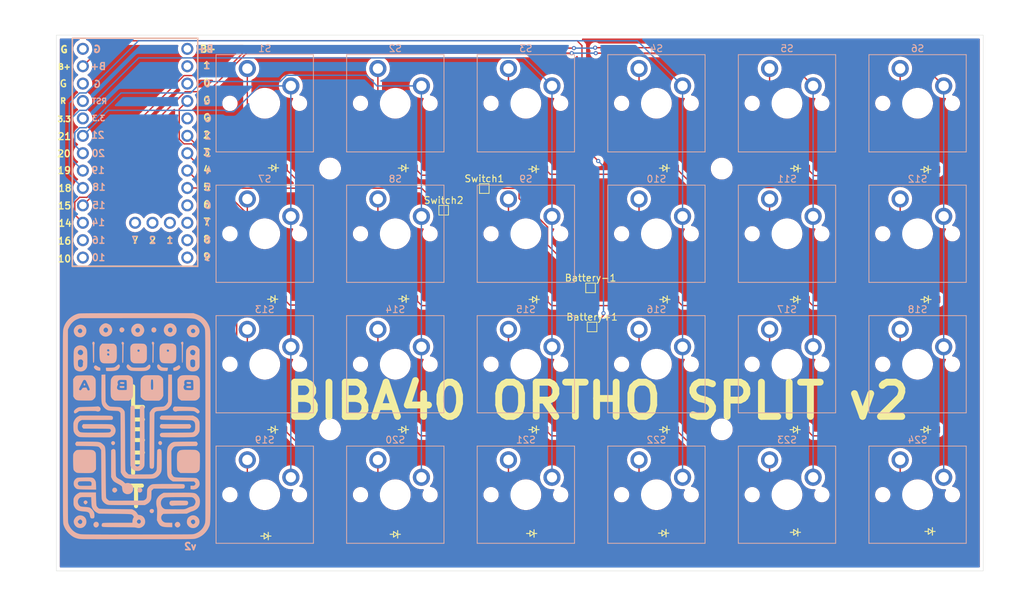
<source format=kicad_pcb>
(kicad_pcb (version 20240108) (generator "pcbnew") (generator_version "8.0")
  (layers (0 "F.Cu" signal) (31 "B.Cu" signal) (34 "B.Paste" user) (35 "F.Paste" user) (36 "B.SilkS" user "B.Silkscreen") (37 "F.SilkS" user "F.Silkscreen") (38 "B.Mask" user) (39 "F.Mask" user) (44 "Edge.Cuts" user))
  (net 0 "")
  (net 1 "Net-(D1-A)")
  (net 2 "Row 0")
  (net 3 "Net-(D2-A)")
  (net 4 "Net-(D3-A)")
  (net 5 "Net-(D4-A)")
  (net 6 "Net-(D5-A)")
  (net 7 "Net-(D6-A)")
  (net 8 "Net-(D7-A)")
  (net 9 "Row 1")
  (net 10 "Net-(D8-A)")
  (net 11 "Net-(D9-A)")
  (net 12 "Net-(D10-A)")
  (net 13 "Net-(D11-A)")
  (net 14 "Net-(D12-A)")
  (net 15 "Net-(D13-A)")
  (net 16 "Row 2")
  (net 17 "Net-(D14-A)")
  (net 18 "Net-(D15-A)")
  (net 19 "Net-(D16-A)")
  (net 20 "Net-(D17-A)")
  (net 21 "Net-(D18-A)")
  (net 22 "Row 3")
  (net 23 "Net-(D19-A)")
  (net 24 "Net-(D20-A)")
  (net 25 "Net-(D21-A)")
  (net 26 "Net-(D22-A)")
  (net 27 "Net-(D23-A)")
  (net 28 "Net-(D24-A)")
  (net 29 "Column 0")
  (net 30 "Column 1")
  (net 31 "Column 2")
  (net 32 "Column 3")
  (net 33 "Column 4")
  (net 34 "Column 5")
  (net 52 "Battery +")
  (net 53 "Battery -")
  (net 54 "Switch1")
  (footprint "ScottoKeebs_Components:Diode_SOD-123" (layer "F.Cu") (at 182.460004 96.875 180)
    (property "Reference" "D11" (hide yes))
    (property "Value" "Diode")
  )
  (footprint "ScottoKeebs_Components:Diode_SOD-123" (layer "F.Cu") (at 106.190004 96.835 180)
    (property "Reference" "D7" (hide yes))
    (property "Value" "Diode")
  )
  (footprint "ScottoKeebs_Components:Diode_SOD-123" (layer "F.Cu") (at 182.460004 130.875 180)
    (property "Reference" "D23" (hide yes))
    (property "Value" "Diode")
  )
  (footprint "ScottoKeebs_Components:Diode_SOD-123" (layer "F.Cu") (at 143.980004 131.045 180)
    (property "Reference" "D21" (hide yes))
    (property "Value" "Diode")
  )
  (footprint "ScottoKeebs_Components:Diode_SOD-123" (layer "F.Cu") (at 182.500004 77.745 180)
    (property "Reference" "D5" (hide yes))
    (property "Value" "Diode")
  )
  (footprint "TestPoint:TestPoint_Pad_1.0x1.0mm" (layer "F.Cu") (at 131.140004 83.845)
    (property "Reference" "Switch2")
    (property "Value" "Switch 2")
  )
  (footprint "ScottoKeebs_Components:Diode_SOD-123" (layer "F.Cu") (at 163.410004 96.875 180)
    (property "Reference" "D10" (hide yes))
    (property "Value" "Diode")
  )
  (footprint "ScottoKeebs_Components:Diode_SOD-123" (layer "F.Cu") (at 125.270004 115.885 180)
    (property "Reference" "D14" (hide yes))
    (property "Value" "Diode")
  )
  (footprint "ScottoKeebs_Components:Diode_SOD-123" (layer "F.Cu") (at 201.510004 96.875 180)
    (property "Reference" "D12" (hide yes))
    (property "Value" "Diode")
  )
  (footprint "ScottoKeebs_Components:Diode_SOD-123" (layer "F.Cu") (at 163.370004 77.695 180)
    (property "Reference" "D4" (hide yes))
    (property "Value" "Diode")
  )
  (footprint "ScottoKeebs_Components:Diode_SOD-123" (layer "F.Cu") (at 125.270004 77.695 180)
    (property "Reference" "D2" (hide yes))
    (property "Value" "Diode")
  )
  (footprint "MountingHole:MountingHole_2.7mm" (layer "F.Cu") (at 171.710004 77.765)
    (property "Reference" "REF**" (hide yes))
    (property "Value" "MountingHole_2.7mm")
  )
  (footprint "MountingHole:MountingHole_2.7mm" (layer "F.Cu") (at 171.720004 115.845)
    (property "Reference" "REF**" (hide yes))
    (property "Value" "MountingHole_2.7mm")
  )
  (footprint "ScottoKeebs_Components:Diode_SOD-123" (layer "F.Cu") (at 201.490004 77.895 180)
    (property "Reference" "D6" (hide yes))
    (property "Value" "Diode")
  )
  (footprint "ScottoKeebs_Components:Diode_SOD-123" (layer "F.Cu") (at 106.310004 77.665 180)
    (property "Reference" "D1" (hide yes))
    (property "Value" "Diode")
  )
  (footprint "ScottoKeebs_Components:Diode_SOD-123" (layer "F.Cu") (at 144.360004 96.875 180)
    (property "Reference" "D9" (hide yes))
    (property "Value" "Diode")
  )
  (footprint "TestPoint:TestPoint_Pad_1.0x1.0mm" (layer "F.Cu") (at 152.570004 95.175)
    (property "Reference" "Battery-1")
    (property "Value" "Battery -")
  )
  (footprint "TestPoint:TestPoint_Pad_1.0x1.0mm" (layer "F.Cu") (at 152.790004 100.885)
    (property "Reference" "Battery+1")
    (property "Value" "Battery +")
  )
  (footprint "ScottoKeebs_Components:Diode_SOD-123" (layer "F.Cu") (at 202.100004 130.745 180)
    (property "Reference" "D24" (hide yes))
    (property "Value" "Diode")
  )
  (footprint "ScottoKeebs_Components:Diode_SOD-123" (layer "F.Cu") (at 125.320004 96.785 180)
    (property "Reference" "D8" (hide yes))
    (property "Value" "Diode")
  )
  (footprint "ScottoKeebs_Components:Diode_SOD-123" (layer "F.Cu") (at 124.080004 131.165 180)
    (property "Reference" "D20" (hide yes))
    (property "Value" "Diode")
  )
  (footprint "ScottoKeebs_Components:Diode_SOD-123" (layer "F.Cu") (at 163.240004 130.995 180)
    (property "Reference" "D22" (hide yes))
    (property "Value" "Diode")
  )
  (footprint "ScottoKeebs_Components:Diode_SOD-123" (layer "F.Cu") (at 201.470004 115.885 180)
    (property "Reference" "D18" (hide yes))
    (property "Value" "Diode")
  )
  (footprint "ScottoKeebs_Components:Diode_SOD-123" (layer "F.Cu") (at 144.320004 115.885 180)
    (property "Reference" "D15" (hide yes))
    (property "Value" "Diode")
  )
  (footprint "MountingHole:MountingHole_2.7mm" (layer "F.Cu") (at 114.560004 115.835)
    (property "Reference" "REF**" (hide yes))
    (property "Value" "MountingHole_2.7mm")
  )
  (footprint "ScottoKeebs_Components:Diode_SOD-123" (layer "F.Cu") (at 144.290004 77.835 180)
    (property "Reference" "D3" (hide yes))
    (property "Value" "Diode")
  )
  (footprint "TestPoint:TestPoint_Pad_1.0x1.0mm" (layer "F.Cu") (at 137.070004 80.685)
    (property "Reference" "Switch1")
    (property "Value" "Switch 1")
  )
  (footprint "ScottoKeebs_Components:Diode_SOD-123" (layer "F.Cu") (at 105.200004 131.425 180)
    (property "Reference" "D19" (hide yes))
    (property "Value" "Diode")
  )
  (footprint "ScottoKeebs_Components:Diode_SOD-123" (layer "F.Cu") (at 106.220004 115.885 180)
    (property "Reference" "D13" (hide yes))
    (property "Value" "Diode")
  )
  (footprint "MountingHole:MountingHole_2.7mm" (layer "F.Cu") (at 114.570004 77.755)
    (property "Reference" "REF**" (hide yes))
    (property "Value" "MountingHole_2.7mm")
  )
  (footprint "ScottoKeebs_Components:Diode_SOD-123" (layer "F.Cu") (at 163.370004 115.885 180)
    (property "Reference" "D16" (hide yes))
    (property "Value" "Diode")
  )
  (footprint "ScottoKeebs_Components:Diode_SOD-123" (layer "F.Cu") (at 182.420004 115.885 180)
    (property "Reference" "D17" (hide yes))
    (property "Value" "Diode")
  )
  (footprint "ScottoKeebs_MX:MX_PCB_1.00u" (layer "B.Cu") (at 162.185004 106.33 180)
    (property "Reference" "S16")
    (property "Value" "Keyswitch")
  )
  (footprint "ScottoKeebs_MX:MX_PCB_1.00u" (layer "B.Cu") (at 124.085004 68.23 180)
    (property "Reference" "S2")
    (property "Value" "Keyswitch")
  )
  (footprint "ScottoKeebs_MX:MX_PCB_1.00u" (layer "B.Cu") (at 143.135004 106.33 180)
    (property "Reference" "S15")
    (property "Value" "Keyswitch")
  )
  (footprint "ScottoKeebs_MX:MX_PCB_1.00u" (layer "B.Cu") (at 105.035004 125.38 180)
    (property "Reference" "S19")
    (property "Value" "Keyswitch")
  )
  (footprint "ScottoKeebs_MX:MX_PCB_1.00u" (layer "B.Cu") (at 181.235004 68.23 180)
    (property "Reference" "S5")
    (property "Value" "Keyswitch")
  )
  (footprint "ScottoKeebs_MX:MX_PCB_1.00u" (layer "B.Cu") (at 143.135004 68.23 180)
    (property "Reference" "S3")
    (property "Value" "Keyswitch")
  )
  (footprint "ScottoKeebs_MX:MX_PCB_1.00u" (layer "B.Cu") (at 181.235004 106.33 180)
    (property "Reference" "S17")
    (property "Value" "Keyswitch")
  )
  (footprint "ScottoKeebs_MCU:SuperMini NRF52840" (layer "B.Cu") (at 86.120004 76.505 180)
    (property "Reference" "U1" (hide yes))
    (property "Value" "SuperMini NRF52840" (hide yes))
  )
  (footprint "ScottoKeebs_MX:MX_PCB_1.00u" (layer "B.Cu") (at 200.285004 68.23 180)
    (property "Reference" "S6")
    (property "Value" "Keyswitch")
  )
  (footprint "ScottoKeebs_MX:MX_PCB_1.00u" (layer "B.Cu") (at 181.235004 87.28 180)
    (property "Reference" "S11")
    (property "Value" "Keyswitch")
  )
  (footprint "ScottoKeebs_MX:MX_PCB_1.00u" (layer "B.Cu") (at 143.135004 125.38 180)
    (property "Reference" "S21")
    (property "Value" "Keyswitch")
  )
  (footprint "ScottoKeebs_MX:MX_PCB_1.00u" (layer "B.Cu") (at 162.185004 125.38 180)
    (property "Reference" "S22")
    (property "Value" "Keyswitch")
  )
  (footprint "ScottoKeebs_MX:MX_PCB_1.00u" (layer "B.Cu") (at 124.085004 106.33 180)
    (property "Reference" "S14")
    (property "Value" "Keyswitch")
  )
  (footprint "ScottoKeebs_MX:MX_PCB_1.00u" (layer "B.Cu") (at 105.035004 87.28 180)
    (property "Reference" "S7")
    (property "Value" "Keyswitch")
  )
  (footprint "ScottoKeebs_MX:MX_PCB_1.00u" (layer "B.Cu") (at 143.135004 87.28 180)
    (property "Reference" "S9")
    (property "Value" "Keyswitch")
  )
  (footprint "ScottoKeebs_MX:MX_PCB_1.00u" (layer "B.Cu") (at 124.085004 87.28 180)
    (property "Reference" "S8")
    (property "Value" "Keyswitch")
  )
  (footprint "ScottoKeebs_MX:MX_PCB_1.00u" (layer "B.Cu") (at 181.235004 125.38 180)
    (property "Reference" "S23")
    (property "Value" "Keyswitch")
  )
  (footprint "ScottoKeebs_MX:MX_PCB_1.00u" (layer "B.Cu") (at 124.085004 125.38 180)
    (property "Reference" "S20")
    (property "Value" "Keyswitch")
  )
  (footprint "ScottoKeebs_MX:MX_PCB_1.00u" (layer "B.Cu") (at 105.035004 106.33 180)
    (property "Reference" "S13")
    (property "Value" "Keyswitch")
  )
  (footprint "ScottoKeebs_MX:MX_PCB_1.00u" (layer "B.Cu") (at 200.285004 106.33 180)
    (property "Reference" "S18")
    (property "Value" "Keyswitch")
  )
  (footprint "ScottoKeebs_MX:MX_PCB_1.00u" (layer "B.Cu") (at 162.185004 68.23 180)
    (property "Reference" "S4")
    (property "Value" "Keyswitch")
  )
  (footprint "ScottoKeebs_MX:MX_PCB_1.00u" (layer "B.Cu") (at 105.035004 68.23 180)
    (property "Reference" "S1")
    (property "Value" "Keyswitch")
  )
  (footprint "Graphics:Biba Keyboard Logo" (layer "B.Cu") (at 86.350004 115.375 180)
    (property "Reference" "G***" (hide yes))
    (property "Value" "LOGO" (hide yes))
  )
  (footprint "ScottoKeebs_MX:MX_PCB_1.00u" (layer "B.Cu") (at 200.285004 125.38 180)
    (property "Reference" "S24")
    (property "Value" "Keyswitch")
  )
  (footprint "ScottoKeebs_MX:MX_PCB_1.00u" (layer "B.Cu") (at 162.185004 87.28 180)
    (property "Reference" "S10")
    (property "Value" "Keyswitch")
  )
  (footprint "ScottoKeebs_MX:MX_PCB_1.00u" (layer "B.Cu") (at 200.285004 87.28 180)
    (property "Reference" "S12")
    (property "Value" "Keyswitch")
  )
  (gr_rect (start 74.640004 58.265) (end 209.860004 136.515) (stroke (width 0.05)) (fill none) (layer "Edge.Cuts"))
  (gr_text "B+" (at 97.690004 60.865 -0) (layer "B.SilkS") (effects (font (size 1 1) (thickness 0.25) (bold yes)) (justify left bottom mirror)))
  (gr_text "G" (at 81.250004 60.915 -0) (layer "B.SilkS") (effects (font (size 1 1) (thickness 0.25) (bold yes)) (justify left bottom mirror)))
  (gr_text "v2" (at 95.200004 133.525 -0) (layer "B.SilkS") (effects (font (size 1 1) (thickness 0.25) (bold yes)) (justify left bottom mirror)))
  (gr_text "L\nE\nF\nT" (at 84.720004 127.455 0) (layer "F.SilkS") (effects (font (size 3 3) (thickness 0.6) (bold yes)) (justify left bottom)))
  (gr_text "G" (at 75.090004 60.955 0) (layer "F.SilkS") (effects (font (size 1 1) (thickness 0.25) (bold yes)) (justify left bottom)))
  (gr_text "BIBA40 ORTHO SPLIT v2\n" (at 107.560004 114.615 -0) (layer "F.SilkS") (effects (font (size 5 5) (thickness 1) (bold yes)) (justify left bottom)))
  (gr_text "B+" (at 95.450004 60.885 0) (layer "F.SilkS") (effects (font (size 1 1) (thickness 0.25) (bold yes)) (justify left bottom)))
  (segment (start 102.495004 75.5) (end 104.660004 77.665) (width 0.2) (layer "F.Cu") (net 1))
  (segment (start 102.495004 63.15) (end 102.495004 75.5) (width 0.2) (layer "F.Cu") (net 1))
  (segment (start 202.240004 78.795) (end 203.140004 77.895) (width 0.2) (layer "F.Cu") (net 2))
  (segment (start 184.150004 77.745) (end 185.200004 78.795) (width 0.2) (layer "F.Cu") (net 2))
  (segment (start 99.330004 78.565) (end 93.740004 72.975) (width 0.2) (layer "F.Cu") (net 2))
  (segment (start 167.860004 80.535) (end 181.360004 80.535) (width 0.2) (layer "F.Cu") (net 2))
  (segment (start 146.700004 78.595) (end 164.120004 78.595) (width 0.2) (layer "F.Cu") (net 2))
  (segment (start 164.120004 78.595) (end 165.020004 77.695) (width 0.2) (layer "F.Cu") (net 2))
  (segment (start 185.200004 78.795) (end 202.240004 78.795) (width 0.2) (layer "F.Cu") (net 2))
  (segment (start 107.960004 77.665) (end 110.310004 80.015) (width 0.2) (layer "F.Cu") (net 2))
  (segment (start 181.360004 80.535) (end 184.150004 77.745) (width 0.2) (layer "F.Cu") (net 2))
  (segment (start 110.310004 80.015) (end 124.600004 80.015) (width 0.2) (layer "F.Cu") (net 2))
  (segment (start 124.600004 80.015) (end 126.920004 77.695) (width 0.2) (layer "F.Cu") (net 2))
  (segment (start 127.960004 78.735) (end 145.040004 78.735) (width 0.2) (layer "F.Cu") (net 2))
  (segment (start 165.020004 77.695) (end 167.860004 80.535) (width 0.2) (layer "F.Cu") (net 2))
  (segment (start 145.940004 77.835) (end 146.700004 78.595) (width 0.2) (layer "F.Cu") (net 2))
  (segment (start 107.060004 78.565) (end 99.330004 78.565) (width 0.2) (layer "F.Cu") (net 2))
  (segment (start 126.920004 77.695) (end 127.960004 78.735) (width 0.2) (layer "F.Cu") (net 2))
  (segment (start 145.040004 78.735) (end 145.940004 77.835) (width 0.2) (layer "F.Cu") (net 2))
  (segment (start 107.960004 77.665) (end 107.060004 78.565) (width 0.2) (layer "F.Cu") (net 2))
  (segment (start 121.545004 63.15) (end 121.545004 75.62) (width 0.2) (layer "F.Cu") (net 3))
  (segment (start 121.545004 75.62) (end 123.620004 77.695) (width 0.2) (layer "F.Cu") (net 3))
  (segment (start 140.595004 75.79) (end 142.640004 77.835) (width 0.2) (layer "F.Cu") (net 4))
  (segment (start 140.595004 63.15) (end 140.595004 75.79) (width 0.2) (layer "F.Cu") (net 4))
  (segment (start 159.645004 63.15) (end 159.645004 75.62) (width 0.2) (layer "F.Cu") (net 5))
  (segment (start 159.645004 75.62) (end 161.720004 77.695) (width 0.2) (layer "F.Cu") (net 5))
  (segment (start 178.695004 63.15) (end 178.695004 75.59) (width 0.2) (layer "F.Cu") (net 6))
  (segment (start 178.695004 75.59) (end 180.850004 77.745) (width 0.2) (layer "F.Cu") (net 6))
  (segment (start 197.745004 75.8) (end 199.840004 77.895) (width 0.2) (layer "F.Cu") (net 7))
  (segment (start 197.745004 63.15) (end 197.745004 75.8) (width 0.2) (layer "F.Cu") (net 7))
  (segment (start 102.495004 82.2) (end 102.495004 94.79) (width 0.2) (layer "F.Cu") (net 8))
  (segment (start 102.495004 94.79) (end 104.540004 96.835) (width 0.2) (layer "F.Cu") (net 8))
  (segment (start 102.430004 98.105) (end 106.570004 98.105) (width 0.2) (layer "F.Cu") (net 9))
  (segment (start 146.010004 96.875) (end 145.110004 97.775) (width 0.2) (layer "F.Cu") (net 9))
  (segment (start 108.690004 97.685) (end 107.840004 96.835) (width 0.2) (layer "F.Cu") (net 9))
  (segment (start 102.050004 97.725) (end 102.430004 98.105) (width 0.2) (layer "F.Cu") (net 9))
  (segment (start 165.060004 96.875) (end 164.160004 97.775) (width 0.2) (layer "F.Cu") (net 9))
  (segment (start 126.070004 97.685) (end 108.690004 97.685) (width 0.2) (layer "F.Cu") (net 9))
  (segment (start 185.010004 97.775) (end 184.110004 96.875) (width 0.2) (layer "F.Cu") (net 9))
  (segment (start 93.740004 75.637032) (end 102.050004 83.947032) (width 0.2) (layer "F.Cu") (net 9))
  (segment (start 203.160004 96.875) (end 202.260004 97.775) (width 0.2) (layer "F.Cu") (net 9))
  (segment (start 165.960004 97.775) (end 165.060004 96.875) (width 0.2) (layer "F.Cu") (net 9))
  (segment (start 146.910004 97.775) (end 146.010004 96.875) (width 0.2) (layer "F.Cu") (net 9))
  (segment (start 102.050004 83.947032) (end 102.050004 97.725) (width 0.2) (layer "F.Cu") (net 9))
  (segment (start 202.260004 97.775) (end 185.010004 97.775) (width 0.2) (layer "F.Cu") (net 9))
  (segment (start 183.210004 97.775) (end 165.960004 97.775) (width 0.2) (layer "F.Cu") (net 9))
  (segment (start 93.740004 75.515) (end 93.740004 75.637032) (width 0.2) (layer "F.Cu") (net 9))
  (segment (start 184.110004 96.875) (end 183.210004 97.775) (width 0.2) (layer "F.Cu") (net 9))
  (segment (start 145.110004 97.775) (end 127.960004 97.775) (width 0.2) (layer "F.Cu") (net 9))
  (segment (start 106.570004 98.105) (end 107.840004 96.835) (width 0.2) (layer "F.Cu") (net 9))
  (segment (start 164.160004 97.775) (end 146.910004 97.775) (width 0.2) (layer "F.Cu") (net 9))
  (segment (start 127.960004 97.775) (end 126.970004 96.785) (width 0.2) (layer "F.Cu") (net 9))
  (segment (start 126.970004 96.785) (end 126.070004 97.685) (width 0.2) (layer "F.Cu") (net 9))
  (segment (start 121.545004 82.2) (end 121.545004 94.66) (width 0.2) (layer "F.Cu") (net 10))
  (segment (start 121.545004 94.66) (end 123.670004 96.785) (width 0.2) (layer "F.Cu") (net 10))
  (segment (start 140.595004 82.2) (end 140.595004 94.76) (width 0.2) (layer "F.Cu") (net 11))
  (segment (start 140.595004 94.76) (end 142.710004 96.875) (width 0.2) (layer "F.Cu") (net 11))
  (segment (start 159.645004 82.2) (end 159.645004 94.76) (width 0.2) (layer "F.Cu") (net 12))
  (segment (start 159.645004 94.76) (end 161.760004 96.875) (width 0.2) (layer "F.Cu") (net 12))
  (segment (start 178.695004 82.2) (end 178.695004 94.76) (width 0.2) (layer "F.Cu") (net 13))
  (segment (start 178.695004 94.76) (end 180.810004 96.875) (width 0.2) (layer "F.Cu") (net 13))
  (segment (start 197.745004 82.2) (end 197.745004 94.76) (width 0.2) (layer "F.Cu") (net 14))
  (segment (start 197.745004 94.76) (end 199.860004 96.875) (width 0.2) (layer "F.Cu") (net 14))
  (segment (start 102.495004 113.81) (end 104.570004 115.885) (width 0.2) (layer "F.Cu") (net 15))
  (segment (start 102.495004 101.25) (end 102.495004 113.81) (width 0.2) (layer "F.Cu") (net 15))
  (segment (start 202.220004 116.785) (end 203.120004 115.885) (width 0.2) (layer "F.Cu") (net 16))
  (segment (start 145.070004 116.785) (end 145.970004 115.885) (width 0.2) (layer "F.Cu") (net 16))
  (segment (start 181.580004 118.375) (end 184.070004 115.885) (width 0.2) (layer "F.Cu") (net 16))
  (segment (start 106.520004 117.235) (end 107.870004 115.885) (width 0.2) (layer "F.Cu") (net 16))
  (segment (start 101.620004 84.525) (end 101.620004 87.347412) (width 0.2) (layer "F.Cu") (net 16))
  (segment (start 165.020004 115.885) (end 167.510004 118.375) (width 0.2) (layer "F.Cu") (net 16))
  (segment (start 110.120004 118.135) (end 124.670004 118.135) (width 0.2) (layer "F.Cu") (net 16))
  (segment (start 184.070004 115.885) (end 184.970004 116.785) (width 0.2) (layer "F.Cu") (net 16))
  (segment (start 127.820004 116.785) (end 145.070004 116.785) (width 0.2) (layer "F.Cu") (net 16))
  (segment (start 100.945004 105.5) (end 101.580004 106.135) (width 0.2) (layer "F.Cu") (net 16))
  (segment (start 167.510004 118.375) (end 181.580004 118.375) (width 0.2) (layer "F.Cu") (net 16))
  (segment (start 145.970004 115.885) (end 146.870004 116.785) (width 0.2) (layer "F.Cu") (net 16))
  (segment (start 146.870004 116.785) (end 164.120004 116.785) (width 0.2) (layer "F.Cu") (net 16))
  (segment (start 101.580004 117.235) (end 106.520004 117.235) (width 0.2) (layer "F.Cu") (net 16))
  (segment (start 93.740004 78.055) (end 94.916304 79.2313) (width 0.2) (layer "F.Cu") (net 16))
  (segment (start 101.620004 87.347412) (end 100.945004 88.022412) (width 0.2) (layer "F.Cu") (net 16))
  (segment (start 107.870004 115.885) (end 110.120004 118.135) (width 0.2) (layer "F.Cu") (net 16))
  (segment (start 94.916304 79.2313) (end 96.326304 79.2313) (width 0.2) (layer "F.Cu") (net 16))
  (segment (start 126.920004 115.885) (end 127.820004 116.785) (width 0.2) (layer "F.Cu") (net 16))
  (segment (start 164.120004 116.785) (end 165.020004 115.885) (width 0.2) (layer "F.Cu") (net 16))
  (segment (start 124.670004 118.135) (end 126.920004 115.885) (width 0.2) (layer "F.Cu") (net 16))
  (segment (start 100.945004 88.022412) (end 100.945004 105.5) (width 0.2) (layer "F.Cu") (net 16))
  (segment (start 96.326304 79.2313) (end 101.620004 84.525) (width 0.2) (layer "F.Cu") (net 16))
  (segment (start 101.580004 106.135) (end 101.580004 117.235) (width 0.2) (layer "F.Cu") (net 16))
  (segment (start 184.970004 116.785) (end 202.220004 116.785) (width 0.2) (layer "F.Cu") (net 16))
  (segment (start 121.545004 108.93) (end 123.620004 111.005) (width 0.2) (layer "F.Cu") (net 17))
  (segment (start 121.545004 101.25) (end 121.545004 108.93) (width 0.2) (layer "F.Cu") (net 17))
  (segment (start 123.620004 111.005) (end 123.620004 115.885) (width 0.2) (layer "F.Cu") (net 17))
  (segment (start 140.595004 101.25) (end 140.595004 113.81) (width 0.2) (layer "F.Cu") (net 18))
  (segment (start 140.595004 113.81) (end 142.670004 115.885) (width 0.2) (layer "F.Cu") (net 18))
  (segment (start 159.645004 101.25) (end 159.645004 113.81) (width 0.2) (layer "F.Cu") (net 19))
  (segment (start 159.645004 113.81) (end 161.720004 115.885) (width 0.2) (layer "F.Cu") (net 19))
  (segment (start 178.695004 101.25) (end 178.695004 113.81) (width 0.2) (layer "F.Cu") (net 20))
  (segment (start 178.695004 113.81) (end 180.770004 115.885) (width 0.2) (layer "F.Cu") (net 20))
  (segment (start 197.745004 113.81) (end 199.820004 115.885) (width 0.2) (layer "F.Cu") (net 21))
  (segment (start 197.745004 101.25) (end 197.745004 113.81) (width 0.2) (layer "F.Cu") (net 21))
  (segment (start 163.990004 131.895) (end 146.480004 131.895) (width 0.2) (layer "F.Cu") (net 22))
  (segment (start 145.630004 131.045) (end 144.730004 131.945) (width 0.2) (layer "F.Cu") (net 22))
  (segment (start 98.290004 127.513696) (end 103.101308 132.325) (width 0.2) (layer "F.Cu") (net 22))
  (segment (start 126.510004 131.945) (end 125.730004 131.165) (width 0.2) (layer "F.Cu") (net 22))
  (segment (start 184.110004 130.875) (end 183.210004 131.775) (width 0.2) (layer "F.Cu") (net 22))
  (segment (start 107.490004 132.065) (end 106.850004 131.425) (width 0.2) (layer "F.Cu") (net 22))
  (segment (start 125.730004 131.165) (end 124.830004 132.065) (width 0.2) (layer "F.Cu") (net 22))
  (segment (start 184.880004 131.645) (end 184.110004 130.875) (width 0.2) (layer "F.Cu") (net 22))
  (segment (start 144.730004 131.945) (end 126.510004 131.945) (width 0.2) (layer "F.Cu") (net 22))
  (segment (start 202.850004 131.645) (end 184.880004 131.645) (width 0.2) (layer "F.Cu") (net 22))
  (segment (start 124.830004 132.065) (end 107.490004 132.065) (width 0.2) (layer "F.Cu") (net 22))
  (segment (start 164.890004 130.995) (end 163.990004 131.895) (width 0.2) (layer "F.Cu") (net 22))
  (segment (start 146.480004 131.895) (end 145.630004 131.045) (width 0.2) (layer "F.Cu") (net 22))
  (segment (start 105.950004 132.325) (end 106.850004 131.425) (width 0.2) (layer "F.Cu") (net 22))
  (segment (start 203.750004 130.745) (end 202.850004 131.645) (width 0.2) (layer "F.Cu") (net 22))
  (segment (start 183.210004 131.775) (end 165.670004 131.775) (width 0.2) (layer "F.Cu") (net 22))
  (segment (start 98.290004 83.755) (end 98.290004 127.513696) (width 0.2) (layer "F.Cu") (net 22))
  (segment (start 93.740004 80.595) (end 95.130004 80.595) (width 0.2) (layer "F.Cu") (net 22))
  (segment (start 95.130004 80.595) (end 98.290004 83.755) (width 0.2) (layer "F.Cu") (net 22))
  (segment (start 165.670004 131.775) (end 164.890004 130.995) (width 0.2) (layer "F.Cu") (net 22))
  (segment (start 103.101308 132.325) (end 105.950004 132.325) (width 0.2) (layer "F.Cu") (net 22))
  (segment (start 102.495004 120.3) (end 102.495004 130.37) (width 0.2) (layer "F.Cu") (net 23))
  (segment (start 102.495004 130.37) (end 103.550004 131.425) (width 0.2) (layer "F.Cu") (net 23))
  (segment (start 121.545004 120.3) (end 121.545004 130.28) (width 0.2) (layer "F.Cu") (net 24))
  (segment (start 121.545004 130.28) (end 122.430004 131.165) (width 0.2) (layer "F.Cu") (net 24))
  (segment (start 140.595004 120.3) (end 140.595004 129.31) (width 0.2) (layer "F.Cu") (net 25))
  (segment (start 140.595004 129.31) (end 142.330004 131.045) (width 0.2) (layer "F.Cu") (net 25))
  (segment (start 159.645004 127.93) (end 159.620004 127.955) (width 0.2) (layer "F.Cu") (net 26))
  (segment (start 159.620004 127.955) (end 161.590004 129.925) (width 0.2) (layer "F.Cu") (net 26))
  (segment (start 161.590004 129.925) (end 161.590004 130.995) (width 0.2) (layer "F.Cu") (net 26))
  (segment (start 159.645004 120.3) (end 159.645004 127.93) (width 0.2) (layer "F.Cu") (net 26))
  (segment (start 178.750004 128.385) (end 180.810004 130.445) (width 0.2) (layer "F.Cu") (net 27))
  (segment (start 178.695004 120.3) (end 178.695004 128.2) (width 0.2) (layer "F.Cu") (net 27))
  (segment (start 180.810004 130.445) (end 180.810004 130.875) (width 0.2) (layer "F.Cu") (net 27))
  (segment (start 178.750004 128.255) (end 178.750004 128.385) (width 0.2) (layer "F.Cu") (net 27))
  (segment (start 178.695004 128.2) (end 178.750004 128.255) (width 0.2) (layer "F.Cu") (net 27))
  (segment (start 197.710004 128.645) (end 199.810004 130.745) (width 0.2) (layer "F.Cu") (net 28))
  (segment (start 197.745004 120.3) (end 197.745004 128.61) (width 0.2) (layer "F.Cu") (net 28))
  (segment (start 199.810004 130.745) (end 200.450004 130.745) (width 0.2) (layer "F.Cu") (net 28))
  (segment (start 197.745004 128.61) (end 197.710004 128.645) (width 0.2) (layer "F.Cu") (net 28))
  (segment (start 108.845004 103.79) (end 108.845004 122.84) (width 0.2) (layer "B.Cu") (net 29))
  (segment (start 99.447592 69.455) (end 100.486602 69.455) (width 0.2) (layer "B.Cu") (net 29))
  (segment (start 82.216304 69.2587) (end 99.251292 69.2587) (width 0.2) (layer "B.Cu") (net 29))
  (segment (start 108.845004 84.74) (end 108.845004 103.79) (width 0.2) (layer "B.Cu") (net 29))
  (segment (start 99.251292 69.2587) (end 99.447592 69.455) (width 0.2) (layer "B.Cu") (net 29))
  (segment (start 104.251602 65.69) (end 108.845004 65.69) (width 0.2) (layer "B.Cu") (net 29))
  (segment (start 78.500004 72.975) (end 82.216304 69.2587) (width 0.2) (layer "B.Cu") (net 29))
  (segment (start 100.486602 69.455) (end 104.251602 65.69) (width 0.2) (layer "B.Cu") (net 29))
  (segment (start 108.845004 65.69) (end 108.845004 84.74) (width 0.2) (layer "B.Cu") (net 29))
  (segment (start 121.405004 65.69) (end 127.895004 65.69) (width 0.2) (layer "B.Cu") (net 30))
  (segment (start 119.855004 64.14) (end 121.405004 65.69) (width 0.2) (layer "B.Cu") (net 30))
  (segment (start 127.895004 84.74) (end 127.895004 103.79) (width 0.2) (layer "B.Cu") (net 30))
  (segment (start 78.500004 75.515) (end 77.323704 74.3387) (width 0.2) (layer "B.Cu") (net 30))
  (segment (start 78.012764 71.7987) (end 78.987244 71.7987) (width 0.2) (layer "B.Cu") (net 30))
  (segment (start 108.202972 64.14) (end 119.855004 64.14) (width 0.2) (layer "B.Cu") (net 30))
  (segment (start 127.895004 103.79) (end 127.895004 122.84) (width 0.2) (layer "B.Cu") (net 30))
  (segment (start 77.323704 74.3387) (end 77.323704 72.48776) (width 0.2) (layer "B.Cu") (net 30))
  (segment (start 77.323704 72.48776) (end 78.012764 71.7987) (width 0.2) (layer "B.Cu") (net 30))
  (segment (start 78.987244 71.7987) (end 84.067244 66.7187) (width 0.2) (layer "B.Cu") (net 30))
  (segment (start 95.897976 65.047968) (end 107.295004 65.047968) (width 0.2) (layer "B.Cu") (net 30))
  (segment (start 127.895004 65.69) (end 127.895004 84.74) (width 0.2) (layer "B.Cu") (net 30))
  (segment (start 84.067244 66.7187) (end 94.227244 66.7187) (width 0.2) (layer "B.Cu") (net 30))
  (segment (start 107.295004 65.047968) (end 108.202972 64.14) (width 0.2) (layer "B.Cu") (net 30))
  (segment (start 94.227244 66.7187) (end 95.897976 65.047968) (width 0.2) (layer "B.Cu") (net 30))
  (segment (start 78.500004 78.055) (end 76.923704 76.4787) (width 0.2) (layer "B.Cu") (net 31))
  (segment (start 78.987244 69.2587) (end 86.645944 61.6) (width 0.2) (layer "B.Cu") (net 31))
  (segment (start 76.923704 76.4787) (end 76.923704 70.34776) (width 0.2) (layer "B.Cu") (net 31))
  (segment (start 142.855004 61.6) (end 146.945004 65.69) (width 0.2) (layer "B.Cu") (net 31))
  (segment (start 78.012764 69.2587) (end 78.987244 69.2587) (width 0.2) (layer "B.Cu") (net 31))
  (segment (start 146.945004 65.69) (end 146.945004 84.74) (width 0.2) (layer "B.Cu") (net 31))
  (segment (start 76.923704 70.34776) (end 78.012764 69.2587) (width 0.2) (layer "B.Cu") (net 31))
  (segment (start 146.945004 84.74) (end 146.945004 103.79) (width 0.2) (layer "B.Cu") (net 31))
  (segment (start 86.645944 61.6) (end 142.855004 61.6) (width 0.2) (layer "B.Cu") (net 31))
  (segment (start 146.945004 103.79) (end 146.945004 122.84) (width 0.2) (layer "B.Cu") (net 31))
  (segment (start 165.995004 84.74) (end 165.995004 103.79) (width 0.2) (layer "B.Cu") (net 32))
  (segment (start 78.987244 66.7187) (end 86.607244 59.0987) (width 0.2) (layer "B.Cu") (net 32))
  (segment (start 76.523704 68.20776) (end 78.012764 66.7187) (width 0.2) (layer "B.Cu") (net 32))
  (segment (start 165.995004 65.69) (end 165.995004 84.74) (width 0.2) (layer "B.Cu") (net 32))
  (segment (start 86.607244 59.0987) (end 159.403704 59.0987) (width 0.2) (layer "B.Cu") (net 32))
  (segment (start 78.012764 66.7187) (end 78.987244 66.7187) (width 0.2) (layer "B.Cu") (net 32))
  (segment (start 159.403704 59.0987) (end 165.995004 65.69) (width 0.2) (layer "B.Cu") (net 32))
  (segment (start 78.500004 80.595) (end 76.523704 78.6187) (width 0.2) (layer "B.Cu") (net 32))
  (segment (start 165.995004 103.79) (end 165.995004 122.84) (width 0.2) (layer "B.Cu") (net 32))
  (segment (start 76.523704 78.6187) (end 76.523704 68.20776) (width 0.2) (layer "B.Cu") (net 32))
  (segment (start 93.440164 66.5313) (end 96.763704 66.5313) (width 0.2) (layer "F.Cu") (net 33))
  (segment (start 83.870004 76.10146) (end 93.440164 66.5313) (width 0.2) (layer "F.Cu") (net 33))
  (segment (start 83.870004 77.765) (end 83.870004 76.10146) (width 0.2) (layer "F.Cu") (net 33))
  (segment (start 180.260004 60.905) (end 185.045004 65.69) (width 0.2) (layer "F.Cu") (net 33))
  (segment (start 102.390004 60.905) (end 149.830004 60.905) (width 0.2) (layer "F.Cu") (net 33))
  (segment (start 96.763704 66.5313) (end 102.390004 60.905) (width 0.2) (layer "F.Cu") (net 33))
  (segment (start 78.500004 83.135) (end 83.870004 77.765) (width 0.2) (layer "F.Cu") (net 33))
  (segment (start 153.330004 60.905) (end 180.260004 60.905) (width 0.2) (layer "F.Cu") (net 33))
  (via (at 149.830004 60.905) (size 0.6) (drill 0.3) (layers "F.Cu" "B.Cu") (net 33))
  (via (at 153.330004 60.905) (size 0.6) (drill 0.3) (layers "F.Cu" "B.Cu") (net 33))
  (segment (start 185.045004 65.69) (end 185.045004 84.74) (width 0.2) (layer "B.Cu") (net 33))
  (segment (start 185.045004 103.79) (end 185.045004 122.84) (width 0.2) (layer "B.Cu") (net 33))
  (segment (start 185.045004 84.74) (end 185.045004 103.79) (width 0.2) (layer "B.Cu") (net 33))
  (segment (start 149.830004 60.905) (end 153.330004 60.905) (width 0.2) (layer "B.Cu") (net 33))
  (segment (start 78.012764 81.9587) (end 79.110618 81.9587) (width 0.2) (layer "F.Cu") (net 34))
  (segment (start 102.561238 60.16808) (end 150.141378 60.16808) (width 0.2) (layer "F.Cu") (net 34))
  (segment (start 198.514514 60.10951) (end 204.095004 65.69) (width 0.2) (layer "F.Cu") (net 34))
  (segment (start 77.323704 84.4987) (end 77.323704 82.64776) (width 0.2) (layer "F.Cu") (net 34))
  (segment (start 83.470004 73.96146) (end 93.252764 64.1787) (width 0.2) (layer "F.Cu") (net 34))
  (segment (start 77.323704 82.64776) (end 78.012764 81.9587) (width 0.2) (layer "F.Cu") (net 34))
  (segment (start 78.500004 85.675) (end 77.323704 84.4987) (width 0.2) (layer "F.Cu") (net 34))
  (segment (start 83.470004 77.599314) (end 83.470004 73.96146) (width 0.2) (layer "F.Cu") (net 34))
  (segment (start 79.110618 81.9587) (end 83.470004 77.599314) (width 0.2) (layer "F.Cu") (net 34))
  (segment (start 98.550618 64.1787) (end 102.561238 60.16808) (width 0.2) (layer "F.Cu") (net 34))
  (segment (start 153.245152 60.10951) (end 198.514514 60.10951) (width 0.2) (layer "F.Cu") (net 34))
  (segment (start 93.252764 64.1787) (end 98.550618 64.1787) (width 0.2) (layer "F.Cu") (net 34))
  (via (at 150.141378 60.16808) (size 0.6) (drill 0.3) (layers "F.Cu" "B.Cu") (net 34))
  (via (at 153.245152 60.10951) (size 0.6) (drill 0.3) (layers "F.Cu" "B.Cu") (net 34))
  (segment (start 204.095004 84.74) (end 204.095004 103.79) (width 0.2) (layer "B.Cu") (net 34))
  (segment (start 204.095004 65.69) (end 204.095004 84.74) (width 0.2) (layer "B.Cu") (net 34))
  (segment (start 204.095004 103.79) (end 204.095004 122.84) (width 0.2) (layer "B.Cu") (net 34))
  (segment (start 153.186582 60.16808) (end 153.245152 60.10951) (width 0.2) (layer "B.Cu") (net 34))
  (segment (start 150.141378 60.16808) (end 153.186582 60.16808) (width 0.2) (layer "B.Cu") (net 34))
  (segment (start 78.500004 62.815) (end 82.216304 59.0987) (width 0.2) (layer "F.Cu") (net 52))
  (segment (start 150.613704 59.0987) (end 151.320004 59.805) (width 0.2) (layer "F.Cu") (net 52))
  (segment (start 154.460004 99.215) (end 152.790004 100.885) (width 0.2) (layer "F.Cu") (net 52))
  (segment (start 151.320004 74.285) (end 153.690004 76.655) (width 0.2) (layer "F.Cu") (net 52))
  (segment (start 154.460004 98.885) (end 154.460004 99.215) (width 0.2) (layer "F.Cu") (net 52))
  (segment (start 82.216304 59.0987) (end 150.613704 59.0987) (width 0.2) (layer "F.Cu") (net 52))
  (segment (start 151.320004 59.805) (end 151.320004 74.285) (width 0.2) (layer "F.Cu") (net 52))
  (via (at 154.460004 98.885) (size 0.6) (drill 0.3) (layers "F.Cu" "B.Cu") (net 52))
  (via (at 153.690004 76.655) (size 0.6) (drill 0.3) (layers "F.Cu" "B.Cu") (net 52))
  (segment (start 153.690004 76.655) (end 154.460004 77.425) (width 0.2) (layer "B.Cu") (net 52))
  (segment (start 154.460004 77.425) (end 154.460004 98.885) (width 0.2) (layer "B.Cu") (net 52))
  (segment (start 146.302972 88.907968) (end 146.302972 86.29) (width 0.2) (layer "F.Cu") (net 53))
  (segment (start 142.125004 80.65) (end 137.105004 80.65) (width 0.2) (layer "F.Cu") (net 53))
  (segment (start 142.145004 80.67) (end 142.125004 80.65) (width 0.2) (layer "F.Cu") (net 53))
  (segment (start 142.145004 82.132032) (end 142.145004 80.67) (width 0.2) (layer "F.Cu") (net 53))
  (segment (start 137.105004 80.65) (end 137.070004 80.685) (width 0.2) (layer "F.Cu") (net 53))
  (segment (start 152.570004 95.175) (end 146.302972 88.907968) (width 0.2) (layer "F.Cu") (net 53))
  (segment (start 146.302972 86.29) (end 142.145004 82.132032) (width 0.2) (layer "F.Cu") (net 53))
  (segment (start 100.824318 80.625) (end 127.920004 80.625) (width 0.2) (layer "F.Cu") (net 54))
  (segment (start 93.252764 74.1513) (end 94.350618 74.1513) (width 0.2) (layer "F.Cu") (net 54))
  (segment (start 92.563704 69.0713) (end 92.563704 73.46224) (width 0.2) (layer "F.Cu") (net 54))
  (segment (start 94.350618 74.1513) (end 100.824318 80.625) (width 0.2) (layer "F.Cu") (net 54))
  (segment (start 127.920004 80.625) (end 131.140004 83.845) (width 0.2) (layer "F.Cu") (net 54))
  (segment (start 92.563704 73.46224) (end 93.252764 74.1513) (width 0.2) (layer "F.Cu") (net 54))
  (segment (start 93.740004 67.895) (end 92.563704 69.0713) (width 0.2) (layer "F.Cu") (net 54))
  (zone (net 0) (net_name "") (layers "F&B.Cu") (connect_pads (clearance 0.5)) (min_thickness 0.25) (fill yes (thermal_gap 0.5) (thermal_bridge_width 0.5) (island_removal_mode 1) (island_area_min 10))
    (polygon (pts (xy 215.820004 53.145) (xy 214.090004 140.925) (xy 66.410004 141.355) (xy 69.440004 53.145)))
  )
)
</source>
